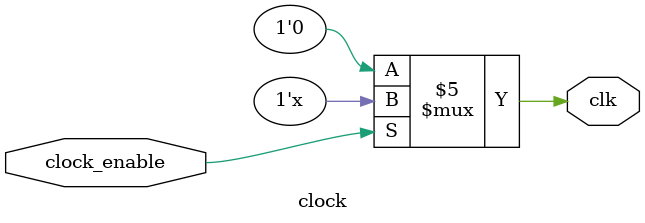
<source format=v>
`timescale 1ns / 1ps


module clock(
    input clock_enable,
    output reg clk
    );
    initial begin
        clk <= 0;
    end
    always begin
        if (clock_enable) begin
        #5 clk = ~clk;
        end
        else clk <= 0;
    end
endmodule

</source>
